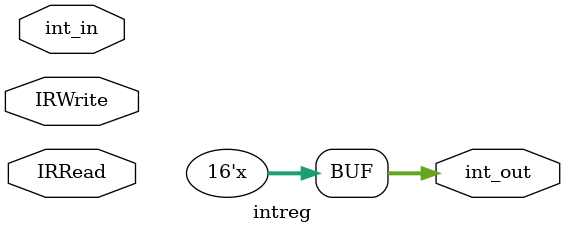
<source format=v>
`timescale 1ns/10ps

module tb_intreg();

// reg [15:0]int_in;
// reg IRWrite,IRRead;
// wire [15:0]int_out;

// intreg uut(int_out,int_in,IRWrite,IRRead);

// initial 
// begin 
// $dumpfile("intreg.vcd"); 
// $dumpvars; 
// end

// initial 
// begin 
// #00 int_in = 15'h0; IRWrite = 1'b1;
// #15 IRWrite = 1'b0; IRRead = 1'b1; 
// #05 int_in = 15'h1; 
// #10 IRWrite = 1'b1; IRRead = 1'b0;
// #100 $finish;
// end

endmodule
 
module intreg(int_out,int_in,IRWrite,IRRead);
//declare inputs and outputs
output reg [15:0] int_out;
input [15:0] int_in;
reg [15:0] hidden;
input IRWrite,IRRead;

always @(*)
begin
	if(IRRead == 1'b1)
		int_out <= hidden;
	if(IRWrite == 1'b1)
		hidden <= int_in;
end
endmodule 


</source>
